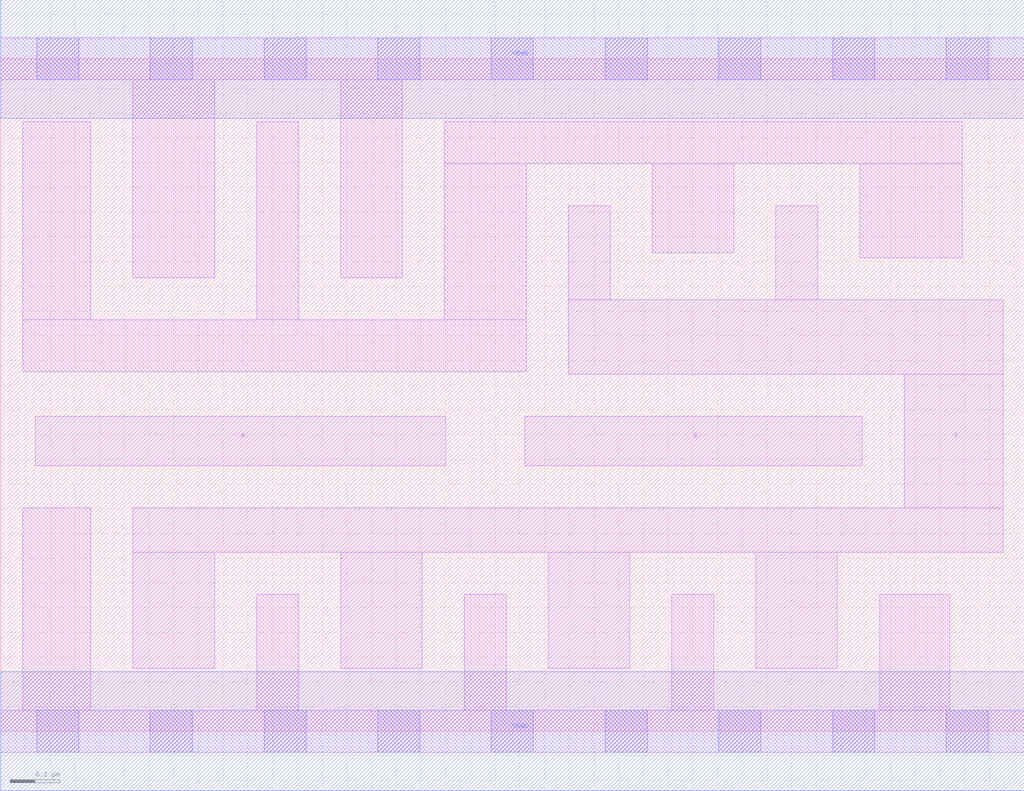
<source format=lef>
# Copyright 2020 The SkyWater PDK Authors
#
# Licensed under the Apache License, Version 2.0 (the "License");
# you may not use this file except in compliance with the License.
# You may obtain a copy of the License at
#
#     https://www.apache.org/licenses/LICENSE-2.0
#
# Unless required by applicable law or agreed to in writing, software
# distributed under the License is distributed on an "AS IS" BASIS,
# WITHOUT WARRANTIES OR CONDITIONS OF ANY KIND, either express or implied.
# See the License for the specific language governing permissions and
# limitations under the License.
#
# SPDX-License-Identifier: Apache-2.0

VERSION 5.7 ;
  NAMESCASESENSITIVE ON ;
  NOWIREEXTENSIONATPIN ON ;
  DIVIDERCHAR "/" ;
  BUSBITCHARS "[]" ;
UNITS
  DATABASE MICRONS 200 ;
END UNITS
MACRO sky130_fd_sc_hd__nor2_4
  CLASS CORE ;
  FOREIGN sky130_fd_sc_hd__nor2_4 ;
  ORIGIN  0.000000  0.000000 ;
  SIZE  4.140000 BY  2.720000 ;
  SYMMETRY X Y R90 ;
  SITE unithd ;
  PIN A
    ANTENNAGATEAREA  0.990000 ;
    DIRECTION INPUT ;
    USE SIGNAL ;
    PORT
      LAYER li1 ;
        RECT 0.140000 1.075000 1.800000 1.275000 ;
    END
  END A
  PIN B
    ANTENNAGATEAREA  0.990000 ;
    DIRECTION INPUT ;
    USE SIGNAL ;
    PORT
      LAYER li1 ;
        RECT 2.120000 1.075000 3.485000 1.275000 ;
    END
  END B
  PIN Y
    ANTENNADIFFAREA  1.242000 ;
    DIRECTION OUTPUT ;
    USE SIGNAL ;
    PORT
      LAYER li1 ;
        RECT 0.535000 0.255000 0.865000 0.725000 ;
        RECT 0.535000 0.725000 4.055000 0.905000 ;
        RECT 1.375000 0.255000 1.705000 0.725000 ;
        RECT 2.215000 0.255000 2.545000 0.725000 ;
        RECT 2.295000 1.445000 4.055000 1.745000 ;
        RECT 2.295000 1.745000 2.465000 2.125000 ;
        RECT 3.055000 0.255000 3.385000 0.725000 ;
        RECT 3.135000 1.745000 3.305000 2.125000 ;
        RECT 3.655000 0.905000 4.055000 1.445000 ;
    END
  END Y
  PIN VGND
    DIRECTION INOUT ;
    SHAPE ABUTMENT ;
    USE GROUND ;
    PORT
      LAYER met1 ;
        RECT 0.000000 -0.240000 4.140000 0.240000 ;
    END
  END VGND
  PIN VPWR
    DIRECTION INOUT ;
    SHAPE ABUTMENT ;
    USE POWER ;
    PORT
      LAYER met1 ;
        RECT 0.000000 2.480000 4.140000 2.960000 ;
    END
  END VPWR
  OBS
    LAYER li1 ;
      RECT 0.000000 -0.085000 4.140000 0.085000 ;
      RECT 0.000000  2.635000 4.140000 2.805000 ;
      RECT 0.090000  0.085000 0.365000 0.905000 ;
      RECT 0.090000  1.455000 2.125000 1.665000 ;
      RECT 0.090000  1.665000 0.365000 2.465000 ;
      RECT 0.535000  1.835000 0.865000 2.635000 ;
      RECT 1.035000  0.085000 1.205000 0.555000 ;
      RECT 1.035000  1.665000 1.205000 2.465000 ;
      RECT 1.375000  1.835000 1.625000 2.635000 ;
      RECT 1.795000  1.665000 2.125000 2.295000 ;
      RECT 1.795000  2.295000 3.890000 2.465000 ;
      RECT 1.875000  0.085000 2.045000 0.555000 ;
      RECT 2.635000  1.935000 2.965000 2.295000 ;
      RECT 2.715000  0.085000 2.885000 0.555000 ;
      RECT 3.475000  1.915000 3.890000 2.295000 ;
      RECT 3.555000  0.085000 3.840000 0.555000 ;
    LAYER mcon ;
      RECT 0.145000 -0.085000 0.315000 0.085000 ;
      RECT 0.145000  2.635000 0.315000 2.805000 ;
      RECT 0.605000 -0.085000 0.775000 0.085000 ;
      RECT 0.605000  2.635000 0.775000 2.805000 ;
      RECT 1.065000 -0.085000 1.235000 0.085000 ;
      RECT 1.065000  2.635000 1.235000 2.805000 ;
      RECT 1.525000 -0.085000 1.695000 0.085000 ;
      RECT 1.525000  2.635000 1.695000 2.805000 ;
      RECT 1.985000 -0.085000 2.155000 0.085000 ;
      RECT 1.985000  2.635000 2.155000 2.805000 ;
      RECT 2.445000 -0.085000 2.615000 0.085000 ;
      RECT 2.445000  2.635000 2.615000 2.805000 ;
      RECT 2.905000 -0.085000 3.075000 0.085000 ;
      RECT 2.905000  2.635000 3.075000 2.805000 ;
      RECT 3.365000 -0.085000 3.535000 0.085000 ;
      RECT 3.365000  2.635000 3.535000 2.805000 ;
      RECT 3.825000 -0.085000 3.995000 0.085000 ;
      RECT 3.825000  2.635000 3.995000 2.805000 ;
  END
END sky130_fd_sc_hd__nor2_4
END LIBRARY

</source>
